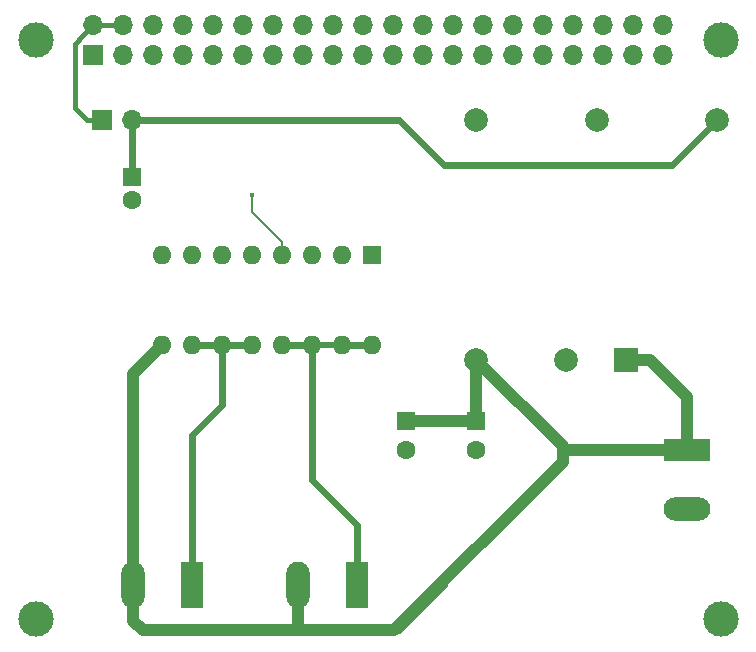
<source format=gtl>
G04 #@! TF.GenerationSoftware,KiCad,Pcbnew,(5.1.6)-1*
G04 #@! TF.CreationDate,2020-08-19T12:55:17-04:00*
G04 #@! TF.ProjectId,actuators-rev2,61637475-6174-46f7-9273-2d726576322e,rev?*
G04 #@! TF.SameCoordinates,Original*
G04 #@! TF.FileFunction,Copper,L1,Top*
G04 #@! TF.FilePolarity,Positive*
%FSLAX46Y46*%
G04 Gerber Fmt 4.6, Leading zero omitted, Abs format (unit mm)*
G04 Created by KiCad (PCBNEW (5.1.6)-1) date 2020-08-19 12:55:17*
%MOMM*%
%LPD*%
G01*
G04 APERTURE LIST*
G04 #@! TA.AperFunction,ComponentPad*
%ADD10R,1.600000X1.600000*%
G04 #@! TD*
G04 #@! TA.AperFunction,ComponentPad*
%ADD11O,1.600000X1.600000*%
G04 #@! TD*
G04 #@! TA.AperFunction,ComponentPad*
%ADD12R,1.700000X1.700000*%
G04 #@! TD*
G04 #@! TA.AperFunction,ComponentPad*
%ADD13O,1.700000X1.700000*%
G04 #@! TD*
G04 #@! TA.AperFunction,WasherPad*
%ADD14C,3.000000*%
G04 #@! TD*
G04 #@! TA.AperFunction,ComponentPad*
%ADD15O,1.980000X3.960000*%
G04 #@! TD*
G04 #@! TA.AperFunction,ComponentPad*
%ADD16R,1.980000X3.960000*%
G04 #@! TD*
G04 #@! TA.AperFunction,ComponentPad*
%ADD17R,2.000000X2.000000*%
G04 #@! TD*
G04 #@! TA.AperFunction,ComponentPad*
%ADD18C,2.000000*%
G04 #@! TD*
G04 #@! TA.AperFunction,ComponentPad*
%ADD19R,3.960000X1.980000*%
G04 #@! TD*
G04 #@! TA.AperFunction,ComponentPad*
%ADD20O,3.960000X1.980000*%
G04 #@! TD*
G04 #@! TA.AperFunction,ComponentPad*
%ADD21C,1.600000*%
G04 #@! TD*
G04 #@! TA.AperFunction,ViaPad*
%ADD22C,0.400000*%
G04 #@! TD*
G04 #@! TA.AperFunction,Conductor*
%ADD23C,0.600000*%
G04 #@! TD*
G04 #@! TA.AperFunction,Conductor*
%ADD24C,1.000000*%
G04 #@! TD*
G04 #@! TA.AperFunction,Conductor*
%ADD25C,0.400000*%
G04 #@! TD*
G04 #@! TA.AperFunction,Conductor*
%ADD26C,0.200000*%
G04 #@! TD*
G04 #@! TA.AperFunction,Conductor*
%ADD27C,0.500000*%
G04 #@! TD*
G04 APERTURE END LIST*
D10*
X110490000Y-82550000D03*
D11*
X92710000Y-90170000D03*
X107950000Y-82550000D03*
X95250000Y-90170000D03*
X105410000Y-82550000D03*
X97790000Y-90170000D03*
X102870000Y-82550000D03*
X100330000Y-90170000D03*
X100330000Y-82550000D03*
X102870000Y-90170000D03*
X97790000Y-82550000D03*
X105410000Y-90170000D03*
X95250000Y-82550000D03*
X107950000Y-90170000D03*
X92710000Y-82550000D03*
X110490000Y-90170000D03*
D12*
X86920000Y-65590000D03*
D13*
X86920000Y-63050000D03*
X89460000Y-65590000D03*
X89460000Y-63050000D03*
X92000000Y-65590000D03*
X92000000Y-63050000D03*
X94540000Y-65590000D03*
X94540000Y-63050000D03*
X97080000Y-65590000D03*
X97080000Y-63050000D03*
X99620000Y-65590000D03*
X99620000Y-63050000D03*
X102160000Y-65590000D03*
X102160000Y-63050000D03*
X104700000Y-65590000D03*
X104700000Y-63050000D03*
X107240000Y-65590000D03*
X107240000Y-63050000D03*
X109780000Y-65590000D03*
X109780000Y-63050000D03*
X112320000Y-65590000D03*
X112320000Y-63050000D03*
X114860000Y-65590000D03*
X114860000Y-63050000D03*
X117400000Y-65590000D03*
X117400000Y-63050000D03*
X119940000Y-65590000D03*
X119940000Y-63050000D03*
X122480000Y-65590000D03*
X122480000Y-63050000D03*
X125020000Y-65590000D03*
X125020000Y-63050000D03*
X127560000Y-65590000D03*
X127560000Y-63050000D03*
X130100000Y-65590000D03*
X130100000Y-63050000D03*
X132640000Y-65590000D03*
X132640000Y-63050000D03*
X135180000Y-65590000D03*
X135180000Y-63050000D03*
D14*
X82040000Y-64310000D03*
X140040000Y-64330000D03*
X82040000Y-113320000D03*
X140030000Y-113310000D03*
D15*
X104220000Y-110490000D03*
D16*
X109220000Y-110490000D03*
X95250000Y-110490000D03*
D15*
X90250000Y-110490000D03*
D17*
X132040000Y-91430000D03*
D18*
X126940000Y-91430000D03*
X139740000Y-71130000D03*
X129540000Y-71130000D03*
X119340000Y-71130000D03*
X119340000Y-91430000D03*
D12*
X87630000Y-71120000D03*
D13*
X90170000Y-71120000D03*
D19*
X137160000Y-99060000D03*
D20*
X137160000Y-104060000D03*
D10*
X90170000Y-75882500D03*
D21*
X90170000Y-77882500D03*
X113411000Y-99073276D03*
D10*
X113411000Y-96573276D03*
X119335499Y-96573276D03*
D21*
X119335499Y-99073276D03*
D22*
X100330000Y-77470000D03*
D23*
X116600000Y-110490000D02*
X112790000Y-114300000D01*
X112790000Y-114300000D02*
X105450000Y-114300000D01*
X98820000Y-114300000D02*
X91480000Y-114300000D01*
X98820000Y-114300000D02*
X104140000Y-114300000D01*
X104140000Y-114300000D02*
X105450000Y-114300000D01*
D24*
X134040000Y-91430000D02*
X132040000Y-91430000D01*
X137160000Y-94550000D02*
X134040000Y-91430000D01*
X137160000Y-99060000D02*
X137160000Y-94550000D01*
X137160000Y-99060000D02*
X126640000Y-99060000D01*
X91080000Y-114300000D02*
X91480000Y-114300000D01*
X90250000Y-113470000D02*
X91080000Y-114300000D01*
X90250000Y-110490000D02*
X90250000Y-113470000D01*
X104220000Y-114220000D02*
X104220000Y-110490000D01*
X104140000Y-114300000D02*
X104220000Y-114220000D01*
X90250000Y-92630000D02*
X92710000Y-90170000D01*
X90250000Y-110490000D02*
X90250000Y-92630000D01*
X126640000Y-98730000D02*
X119340000Y-91430000D01*
X126640000Y-99060000D02*
X126640000Y-98730000D01*
X113411000Y-96573276D02*
X119335499Y-96573276D01*
X119335499Y-91434501D02*
X119340000Y-91430000D01*
X119335499Y-96573276D02*
X119335499Y-91434501D01*
X126640000Y-99060000D02*
X126640000Y-100050000D01*
X112390000Y-114300000D02*
X91480000Y-114300000D01*
X126640000Y-100050000D02*
X112390000Y-114300000D01*
D25*
X86070001Y-63899999D02*
X86920000Y-63050000D01*
X85340001Y-64629999D02*
X86070001Y-63899999D01*
X85340001Y-70080001D02*
X85340001Y-64629999D01*
X86380000Y-71120000D02*
X85340001Y-70080001D01*
X87630000Y-71120000D02*
X86380000Y-71120000D01*
X86920000Y-63050000D02*
X89460000Y-63050000D01*
D26*
X102870000Y-81418630D02*
X100330000Y-78878630D01*
X102870000Y-82550000D02*
X102870000Y-81418630D01*
X100330000Y-78878630D02*
X100330000Y-77470000D01*
X100330000Y-77470000D02*
X100330000Y-77470000D01*
D23*
X116586000Y-74930000D02*
X112776000Y-71120000D01*
X139740000Y-71130000D02*
X135940000Y-74930000D01*
X135940000Y-74930000D02*
X116586000Y-74930000D01*
X112522000Y-71120000D02*
X90170000Y-71120000D01*
D25*
X112522000Y-71120000D02*
X112776000Y-71120000D01*
D23*
X90170000Y-71120000D02*
X90170000Y-75882500D01*
X110490000Y-90170000D02*
X107950000Y-90170000D01*
X102870000Y-90170000D02*
X105410000Y-90170000D01*
X105410000Y-90170000D02*
X105410000Y-95250000D01*
X105410000Y-95250000D02*
X105410000Y-101600000D01*
X109220000Y-105410000D02*
X109220000Y-110490000D01*
X105410000Y-101600000D02*
X109220000Y-105410000D01*
D27*
X107950000Y-90170000D02*
X105410000Y-90170000D01*
D23*
X95250000Y-97790000D02*
X97790000Y-95250000D01*
X95250000Y-110490000D02*
X95250000Y-97790000D01*
X97790000Y-95250000D02*
X97790000Y-90170000D01*
X95250000Y-90170000D02*
X100330000Y-90170000D01*
M02*

</source>
